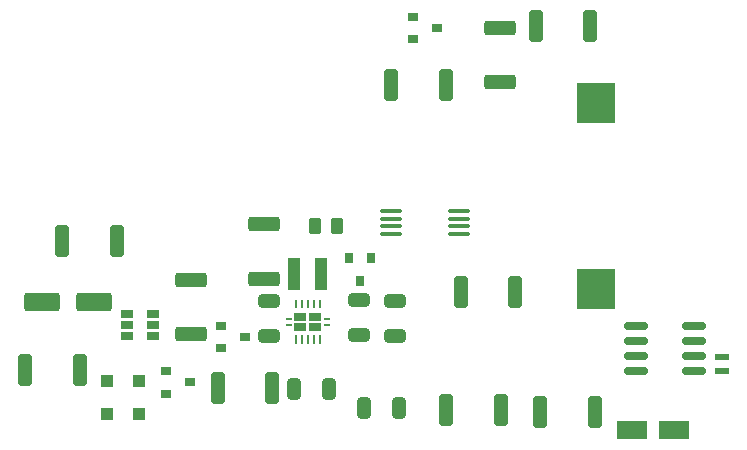
<source format=gbr>
G04 #@! TF.GenerationSoftware,KiCad,Pcbnew,6.0.0*
G04 #@! TF.CreationDate,2022-01-07T13:13:09+02:00*
G04 #@! TF.ProjectId,sticky_pi_hat,73746963-6b79-45f7-9069-5f6861742e6b,rev?*
G04 #@! TF.SameCoordinates,Original*
G04 #@! TF.FileFunction,Paste,Top*
G04 #@! TF.FilePolarity,Positive*
%FSLAX46Y46*%
G04 Gerber Fmt 4.6, Leading zero omitted, Abs format (unit mm)*
G04 Created by KiCad (PCBNEW 6.0.0) date 2022-01-07 13:13:09*
%MOMM*%
%LPD*%
G01*
G04 APERTURE LIST*
G04 Aperture macros list*
%AMRoundRect*
0 Rectangle with rounded corners*
0 $1 Rounding radius*
0 $2 $3 $4 $5 $6 $7 $8 $9 X,Y pos of 4 corners*
0 Add a 4 corners polygon primitive as box body*
4,1,4,$2,$3,$4,$5,$6,$7,$8,$9,$2,$3,0*
0 Add four circle primitives for the rounded corners*
1,1,$1+$1,$2,$3*
1,1,$1+$1,$4,$5*
1,1,$1+$1,$6,$7*
1,1,$1+$1,$8,$9*
0 Add four rect primitives between the rounded corners*
20,1,$1+$1,$2,$3,$4,$5,0*
20,1,$1+$1,$4,$5,$6,$7,0*
20,1,$1+$1,$6,$7,$8,$9,0*
20,1,$1+$1,$8,$9,$2,$3,0*%
G04 Aperture macros list end*
%ADD10RoundRect,0.249999X0.362501X1.075001X-0.362501X1.075001X-0.362501X-1.075001X0.362501X-1.075001X0*%
%ADD11RoundRect,0.249999X1.075001X-0.362501X1.075001X0.362501X-1.075001X0.362501X-1.075001X-0.362501X0*%
%ADD12R,1.000000X2.750000*%
%ADD13RoundRect,0.249999X-0.362501X-1.075001X0.362501X-1.075001X0.362501X1.075001X-0.362501X1.075001X0*%
%ADD14R,3.300000X3.500000*%
%ADD15RoundRect,0.150000X0.825000X0.150000X-0.825000X0.150000X-0.825000X-0.150000X0.825000X-0.150000X0*%
%ADD16R,0.900000X0.800000*%
%ADD17RoundRect,0.249999X-1.075001X0.362501X-1.075001X-0.362501X1.075001X-0.362501X1.075001X0.362501X0*%
%ADD18RoundRect,0.249999X-0.650001X0.325001X-0.650001X-0.325001X0.650001X-0.325001X0.650001X0.325001X0*%
%ADD19RoundRect,0.249999X0.325001X0.650001X-0.325001X0.650001X-0.325001X-0.650001X0.325001X-0.650001X0*%
%ADD20RoundRect,0.250000X-1.050000X-0.550000X1.050000X-0.550000X1.050000X0.550000X-1.050000X0.550000X0*%
%ADD21R,1.200000X0.600000*%
%ADD22RoundRect,0.250000X-0.362500X-1.075000X0.362500X-1.075000X0.362500X1.075000X-0.362500X1.075000X0*%
%ADD23R,0.230000X0.230000*%
%ADD24O,0.230000X0.800000*%
%ADD25R,0.500000X0.260000*%
%ADD26R,1.050000X0.680000*%
%ADD27R,1.060000X0.650000*%
%ADD28RoundRect,0.250000X-1.075000X0.362500X-1.075000X-0.362500X1.075000X-0.362500X1.075000X0.362500X0*%
%ADD29RoundRect,0.249999X0.262501X0.450001X-0.262501X0.450001X-0.262501X-0.450001X0.262501X-0.450001X0*%
%ADD30R,0.800000X0.900000*%
%ADD31RoundRect,0.174999X-0.825001X0.000000X-0.825001X0.000000X0.825001X0.000000X0.825001X0.000000X0*%
%ADD32RoundRect,0.250000X1.250000X0.550000X-1.250000X0.550000X-1.250000X-0.550000X1.250000X-0.550000X0*%
%ADD33RoundRect,0.250000X0.362500X1.075000X-0.362500X1.075000X-0.362500X-1.075000X0.362500X-1.075000X0*%
%ADD34R,1.100000X1.100000*%
G04 APERTURE END LIST*
D10*
X116817700Y-119917000D03*
X112192700Y-119917000D03*
D11*
X126238000Y-116866500D03*
X126238000Y-112241500D03*
D12*
X137294000Y-111760000D03*
X134994000Y-111760000D03*
D13*
X155827900Y-123494800D03*
X160452900Y-123494800D03*
D14*
X160528000Y-113056000D03*
X160528000Y-97256000D03*
D15*
X168845000Y-120015000D03*
X168845000Y-118745000D03*
X168845000Y-117475000D03*
X168845000Y-116205000D03*
X163895000Y-116205000D03*
X163895000Y-117475000D03*
X163895000Y-118745000D03*
X163895000Y-120015000D03*
D16*
X145050000Y-89982000D03*
X145050000Y-91882000D03*
X147050000Y-90932000D03*
D17*
X152400000Y-90905500D03*
X152400000Y-95530500D03*
D18*
X140500000Y-114000000D03*
X140500000Y-116950000D03*
X143510000Y-114095000D03*
X143510000Y-117045000D03*
D19*
X137950000Y-121500000D03*
X135000000Y-121500000D03*
D20*
X163554000Y-124968000D03*
X167154000Y-124968000D03*
D21*
X171196000Y-119980000D03*
X171196000Y-118780000D03*
D10*
X153696500Y-113284000D03*
X149071500Y-113284000D03*
D22*
X143203000Y-95758000D03*
X147828000Y-95758000D03*
D16*
X128794000Y-116144000D03*
X128794000Y-118044000D03*
X130794000Y-117094000D03*
D18*
X132842000Y-114095000D03*
X132842000Y-117045000D03*
D23*
X137144000Y-114064000D03*
D24*
X137144000Y-114349000D03*
X136644000Y-114349000D03*
D23*
X136644000Y-114064000D03*
D24*
X136144000Y-114349000D03*
D23*
X136144000Y-114064000D03*
D24*
X135644000Y-114349000D03*
D23*
X135644000Y-114064000D03*
X135144000Y-114064000D03*
D24*
X135144000Y-114349000D03*
D23*
X135144000Y-117584000D03*
D24*
X135144000Y-117299000D03*
D23*
X135644000Y-117584000D03*
D24*
X135644000Y-117299000D03*
X136144000Y-117299000D03*
D23*
X136144000Y-117584000D03*
X136644000Y-117584000D03*
D24*
X136644000Y-117299000D03*
D23*
X137144000Y-117584000D03*
D24*
X137144000Y-117299000D03*
D25*
X134514000Y-115574000D03*
X137774000Y-116074000D03*
D26*
X136779000Y-115374000D03*
X136779000Y-116274000D03*
X135509000Y-115374000D03*
D25*
X137774000Y-115574000D03*
X134514000Y-116074000D03*
D26*
X135509000Y-116274000D03*
D10*
X133122500Y-121412000D03*
X128497500Y-121412000D03*
D19*
X143816600Y-123088400D03*
X140866600Y-123088400D03*
D27*
X120820000Y-115128000D03*
X120820000Y-116078000D03*
X120820000Y-117028000D03*
X123020000Y-117028000D03*
X123020000Y-116078000D03*
X123020000Y-115128000D03*
D13*
X147852300Y-123291600D03*
X152477300Y-123291600D03*
D28*
X132395200Y-107572000D03*
X132395200Y-112197000D03*
D29*
X138595200Y-107697000D03*
X136770200Y-107697000D03*
D30*
X141495200Y-110397000D03*
X139595200Y-110397000D03*
X140545200Y-112397000D03*
D31*
X143136800Y-106433000D03*
X143136800Y-107083001D03*
X143136800Y-107733000D03*
X143136800Y-108383001D03*
X148936801Y-108383001D03*
X148936801Y-107733000D03*
X148936801Y-107083001D03*
X148936801Y-106433000D03*
D32*
X118055200Y-114137000D03*
X113655200Y-114137000D03*
D16*
X124120400Y-120004800D03*
X124120400Y-121904800D03*
X126120400Y-120954800D03*
D33*
X160045200Y-90797000D03*
X155420200Y-90797000D03*
X119957700Y-109017000D03*
X115332700Y-109017000D03*
D34*
X121865200Y-123617000D03*
X121865200Y-120817000D03*
X119155200Y-123637000D03*
X119155200Y-120837000D03*
M02*

</source>
